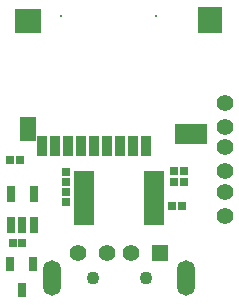
<source format=gbs>
G04*
G04 #@! TF.GenerationSoftware,Altium Limited,Altium Designer,20.0.2 (26)*
G04*
G04 Layer_Color=16711935*
%FSLAX44Y44*%
%MOMM*%
G71*
G01*
G75*
%ADD46R,0.7532X0.7332*%
%ADD47R,0.8032X1.3532*%
%ADD60R,0.7532X0.7332*%
%ADD61R,0.7332X0.7532*%
%ADD69C,0.2032*%
%ADD70O,1.5000X3.0000*%
%ADD71C,1.1000*%
%ADD72R,1.4200X1.4200*%
%ADD73C,1.4200*%
%ADD74C,1.4032*%
%ADD75C,0.5842*%
%ADD92R,2.2032X2.0032*%
%ADD93R,2.0032X2.2032*%
%ADD94R,2.7032X1.7032*%
%ADD95R,1.4032X2.0032*%
%ADD96R,0.9032X1.8032*%
%ADD97R,0.8032X1.3032*%
%ADD98R,1.6782X0.6532*%
D46*
X146356Y119121D02*
D03*
X154736D02*
D03*
X9777Y57941D02*
D03*
X18157D02*
D03*
X146356Y109474D02*
D03*
X154736D02*
D03*
X144578Y89662D02*
D03*
X152958D02*
D03*
D47*
X27496Y99297D02*
D03*
X8496D02*
D03*
Y73296D02*
D03*
X17996D02*
D03*
X27496D02*
D03*
D60*
X7773Y128803D02*
D03*
X16153D02*
D03*
D61*
X55313Y110250D02*
D03*
Y118630D02*
D03*
X55213Y101506D02*
D03*
Y93126D02*
D03*
D69*
X131000Y249990D02*
D03*
X51000D02*
D03*
D70*
X157000Y28500D02*
D03*
X43000D02*
D03*
D71*
X122500D02*
D03*
X77500D02*
D03*
D72*
X135000Y49500D02*
D03*
D73*
X110000D02*
D03*
X90000D02*
D03*
X65000D02*
D03*
D74*
X189962Y101247D02*
D03*
Y81247D02*
D03*
Y139093D02*
D03*
Y119027D02*
D03*
Y176883D02*
D03*
Y156817D02*
D03*
D75*
X22197Y160592D02*
D03*
D92*
X23000Y246090D02*
D03*
D93*
X177000Y247090D02*
D03*
D94*
X161000Y150480D02*
D03*
D95*
X23000Y155010D02*
D03*
D96*
X35000Y140010D02*
D03*
X46000D02*
D03*
X57000D02*
D03*
X68000D02*
D03*
X79000D02*
D03*
X90000D02*
D03*
X101000D02*
D03*
X112000D02*
D03*
X123000D02*
D03*
D97*
X7965Y40369D02*
D03*
X26965D02*
D03*
X17465Y18369D02*
D03*
D98*
X70620Y115766D02*
D03*
Y109266D02*
D03*
Y102766D02*
D03*
Y96266D02*
D03*
Y89766D02*
D03*
Y83266D02*
D03*
Y76766D02*
D03*
X129380D02*
D03*
Y83266D02*
D03*
Y89766D02*
D03*
Y96266D02*
D03*
Y102766D02*
D03*
Y109266D02*
D03*
Y115766D02*
D03*
M02*

</source>
